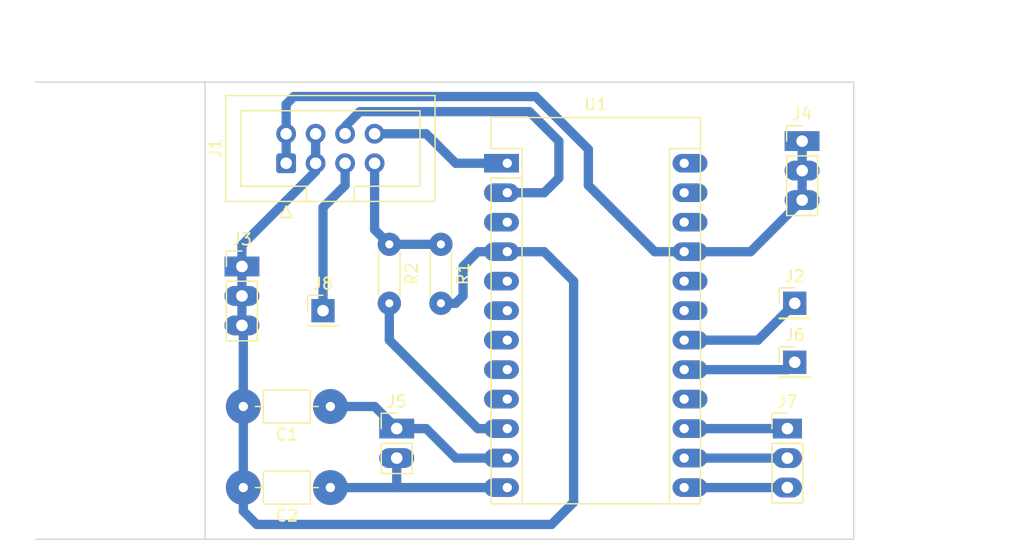
<source format=kicad_pcb>
(kicad_pcb (version 20171130) (host pcbnew "(5.1.10)-1")

  (general
    (thickness 1.6)
    (drawings 6)
    (tracks 65)
    (zones 0)
    (modules 13)
    (nets 26)
  )

  (page A4)
  (layers
    (0 F.Cu signal)
    (31 B.Cu signal)
    (32 B.Adhes user)
    (33 F.Adhes user)
    (34 B.Paste user hide)
    (35 F.Paste user)
    (36 B.SilkS user)
    (37 F.SilkS user hide)
    (38 B.Mask user)
    (39 F.Mask user)
    (40 Dwgs.User user)
    (41 Cmts.User user)
    (42 Eco1.User user)
    (43 Eco2.User user)
    (44 Edge.Cuts user)
    (45 Margin user)
    (46 B.CrtYd user)
    (47 F.CrtYd user)
    (48 B.Fab user)
    (49 F.Fab user)
  )

  (setup
    (last_trace_width 0.8)
    (trace_clearance 0.5)
    (zone_clearance 0.508)
    (zone_45_only no)
    (trace_min 0.2)
    (via_size 0.8)
    (via_drill 0.4)
    (via_min_size 0.4)
    (via_min_drill 0.3)
    (uvia_size 0.3)
    (uvia_drill 0.1)
    (uvias_allowed no)
    (uvia_min_size 0.2)
    (uvia_min_drill 0.1)
    (edge_width 0.05)
    (segment_width 0.2)
    (pcb_text_width 0.3)
    (pcb_text_size 1.5 1.5)
    (mod_edge_width 0.12)
    (mod_text_size 1 1)
    (mod_text_width 0.15)
    (pad_size 2.5 1.7)
    (pad_drill 1)
    (pad_to_mask_clearance 0)
    (aux_axis_origin 0 0)
    (visible_elements 7FFFFFFF)
    (pcbplotparams
      (layerselection 0x01000_fffffffe)
      (usegerberextensions false)
      (usegerberattributes true)
      (usegerberadvancedattributes true)
      (creategerberjobfile true)
      (excludeedgelayer true)
      (linewidth 0.100000)
      (plotframeref false)
      (viasonmask false)
      (mode 1)
      (useauxorigin false)
      (hpglpennumber 1)
      (hpglpenspeed 20)
      (hpglpendiameter 15.000000)
      (psnegative false)
      (psa4output false)
      (plotreference true)
      (plotvalue true)
      (plotinvisibletext false)
      (padsonsilk false)
      (subtractmaskfromsilk false)
      (outputformat 1)
      (mirror false)
      (drillshape 0)
      (scaleselection 1)
      (outputdirectory "../grbl/"))
  )

  (net 0 "")
  (net 1 GND)
  (net 2 "Net-(C1-Pad1)")
  (net 3 "Net-(C2-Pad1)")
  (net 4 Vcc)
  (net 5 "Net-(J1-Pad5)")
  (net 6 "Net-(J1-Pad6)")
  (net 7 "Net-(J1-Pad7)")
  (net 8 "Net-(J1-Pad8)")
  (net 9 "Net-(U1-Pad3)")
  (net 10 "Net-(U1-Pad5)")
  (net 11 "Net-(U1-Pad6)")
  (net 12 "Net-(U1-Pad16)")
  (net 13 "Net-(U1-Pad7)")
  (net 14 "Net-(U1-Pad8)")
  (net 15 "Net-(U1-Pad9)")
  (net 16 "Net-(U1-Pad19)")
  (net 17 "Net-(U1-Pad20)")
  (net 18 "Net-(U1-Pad22)")
  (net 19 "Net-(U1-Pad24)")
  (net 20 "Net-(J2-Pad1)")
  (net 21 "Net-(J6-Pad1)")
  (net 22 "Net-(J7-Pad3)")
  (net 23 "Net-(J7-Pad2)")
  (net 24 "Net-(J7-Pad1)")
  (net 25 "Net-(R2-Pad2)")

  (net_class Default "This is the default net class."
    (clearance 0.5)
    (trace_width 0.8)
    (via_dia 0.8)
    (via_drill 0.4)
    (uvia_dia 0.3)
    (uvia_drill 0.1)
    (add_net GND)
    (add_net "Net-(C1-Pad1)")
    (add_net "Net-(C2-Pad1)")
    (add_net "Net-(J1-Pad5)")
    (add_net "Net-(J1-Pad6)")
    (add_net "Net-(J1-Pad7)")
    (add_net "Net-(J1-Pad8)")
    (add_net "Net-(J2-Pad1)")
    (add_net "Net-(J6-Pad1)")
    (add_net "Net-(J7-Pad1)")
    (add_net "Net-(J7-Pad2)")
    (add_net "Net-(J7-Pad3)")
    (add_net "Net-(R2-Pad2)")
    (add_net "Net-(U1-Pad16)")
    (add_net "Net-(U1-Pad19)")
    (add_net "Net-(U1-Pad20)")
    (add_net "Net-(U1-Pad22)")
    (add_net "Net-(U1-Pad24)")
    (add_net "Net-(U1-Pad3)")
    (add_net "Net-(U1-Pad5)")
    (add_net "Net-(U1-Pad6)")
    (add_net "Net-(U1-Pad7)")
    (add_net "Net-(U1-Pad8)")
    (add_net "Net-(U1-Pad9)")
    (add_net Vcc)
  )

  (module Resistor_THT:R_Axial_DIN0204_L3.6mm_D1.6mm_P5.08mm_Horizontal (layer F.Cu) (tedit 61F2D765) (tstamp 61F2D5E5)
    (at 80.645 -26.67 270)
    (descr "Resistor, Axial_DIN0204 series, Axial, Horizontal, pin pitch=5.08mm, 0.167W, length*diameter=3.6*1.6mm^2, http://cdn-reichelt.de/documents/datenblatt/B400/1_4W%23YAG.pdf")
    (tags "Resistor Axial_DIN0204 series Axial Horizontal pin pitch 5.08mm 0.167W length 3.6mm diameter 1.6mm")
    (path /61F49319)
    (fp_text reference R2 (at 2.54 -1.92 90) (layer F.SilkS)
      (effects (font (size 1 1) (thickness 0.15)))
    )
    (fp_text value 1K (at 2.54 1.92 90) (layer F.Fab)
      (effects (font (size 1 1) (thickness 0.15)))
    )
    (fp_text user %R (at 2.54 0 90) (layer F.Fab)
      (effects (font (size 0.72 0.72) (thickness 0.108)))
    )
    (fp_line (start 0.74 -0.8) (end 0.74 0.8) (layer F.Fab) (width 0.1))
    (fp_line (start 0.74 0.8) (end 4.34 0.8) (layer F.Fab) (width 0.1))
    (fp_line (start 4.34 0.8) (end 4.34 -0.8) (layer F.Fab) (width 0.1))
    (fp_line (start 4.34 -0.8) (end 0.74 -0.8) (layer F.Fab) (width 0.1))
    (fp_line (start 0 0) (end 0.74 0) (layer F.Fab) (width 0.1))
    (fp_line (start 5.08 0) (end 4.34 0) (layer F.Fab) (width 0.1))
    (fp_line (start 0.62 -0.92) (end 4.46 -0.92) (layer F.SilkS) (width 0.12))
    (fp_line (start 0.62 0.92) (end 4.46 0.92) (layer F.SilkS) (width 0.12))
    (fp_line (start -0.95 -1.05) (end -0.95 1.05) (layer F.CrtYd) (width 0.05))
    (fp_line (start -0.95 1.05) (end 6.03 1.05) (layer F.CrtYd) (width 0.05))
    (fp_line (start 6.03 1.05) (end 6.03 -1.05) (layer F.CrtYd) (width 0.05))
    (fp_line (start 6.03 -1.05) (end -0.95 -1.05) (layer F.CrtYd) (width 0.05))
    (pad 2 thru_hole circle (at 5.08 0 270) (size 2 2) (drill 0.7) (layers *.Cu *.Mask)
      (net 25 "Net-(R2-Pad2)"))
    (pad 1 thru_hole circle (at 0 0 270) (size 2 2) (drill 0.7) (layers *.Cu *.Mask)
      (net 7 "Net-(J1-Pad7)"))
    (model ${KISYS3DMOD}/Resistor_THT.3dshapes/R_Axial_DIN0204_L3.6mm_D1.6mm_P5.08mm_Horizontal.wrl
      (at (xyz 0 0 0))
      (scale (xyz 1 1 1))
      (rotate (xyz 0 0 0))
    )
  )

  (module Resistor_THT:R_Axial_DIN0204_L3.6mm_D1.6mm_P5.08mm_Horizontal (layer F.Cu) (tedit 5AE5139B) (tstamp 61F2D9D4)
    (at 85.09 -26.67 270)
    (descr "Resistor, Axial_DIN0204 series, Axial, Horizontal, pin pitch=5.08mm, 0.167W, length*diameter=3.6*1.6mm^2, http://cdn-reichelt.de/documents/datenblatt/B400/1_4W%23YAG.pdf")
    (tags "Resistor Axial_DIN0204 series Axial Horizontal pin pitch 5.08mm 0.167W length 3.6mm diameter 1.6mm")
    (path /61F49F79)
    (fp_text reference R1 (at 2.54 -1.92 90) (layer F.SilkS)
      (effects (font (size 1 1) (thickness 0.15)))
    )
    (fp_text value 1K (at 2.54 1.92 90) (layer F.Fab)
      (effects (font (size 1 1) (thickness 0.15)))
    )
    (fp_text user %R (at 2.54 0 90) (layer F.Fab)
      (effects (font (size 0.72 0.72) (thickness 0.108)))
    )
    (fp_line (start 0.74 -0.8) (end 0.74 0.8) (layer F.Fab) (width 0.1))
    (fp_line (start 0.74 0.8) (end 4.34 0.8) (layer F.Fab) (width 0.1))
    (fp_line (start 4.34 0.8) (end 4.34 -0.8) (layer F.Fab) (width 0.1))
    (fp_line (start 4.34 -0.8) (end 0.74 -0.8) (layer F.Fab) (width 0.1))
    (fp_line (start 0 0) (end 0.74 0) (layer F.Fab) (width 0.1))
    (fp_line (start 5.08 0) (end 4.34 0) (layer F.Fab) (width 0.1))
    (fp_line (start 0.62 -0.92) (end 4.46 -0.92) (layer F.SilkS) (width 0.12))
    (fp_line (start 0.62 0.92) (end 4.46 0.92) (layer F.SilkS) (width 0.12))
    (fp_line (start -0.95 -1.05) (end -0.95 1.05) (layer F.CrtYd) (width 0.05))
    (fp_line (start -0.95 1.05) (end 6.03 1.05) (layer F.CrtYd) (width 0.05))
    (fp_line (start 6.03 1.05) (end 6.03 -1.05) (layer F.CrtYd) (width 0.05))
    (fp_line (start 6.03 -1.05) (end -0.95 -1.05) (layer F.CrtYd) (width 0.05))
    (pad 2 thru_hole circle (at 5.08 0 270) (size 2 2) (drill 0.7) (layers *.Cu *.Mask)
      (net 1 GND))
    (pad 1 thru_hole circle (at 0 0 270) (size 2 2) (drill 0.7) (layers *.Cu *.Mask)
      (net 7 "Net-(J1-Pad7)"))
    (model ${KISYS3DMOD}/Resistor_THT.3dshapes/R_Axial_DIN0204_L3.6mm_D1.6mm_P5.08mm_Horizontal.wrl
      (at (xyz 0 0 0))
      (scale (xyz 1 1 1))
      (rotate (xyz 0 0 0))
    )
  )

  (module Connector_PinHeader_2.54mm:PinHeader_1x01_P2.54mm_Vertical (layer F.Cu) (tedit 61F2D783) (tstamp 61F2D861)
    (at 74.93 -20.955)
    (descr "Through hole straight pin header, 1x01, 2.54mm pitch, single row")
    (tags "Through hole pin header THT 1x01 2.54mm single row")
    (path /61F4ED73)
    (fp_text reference J8 (at 0 -2.33) (layer F.SilkS)
      (effects (font (size 1 1) (thickness 0.15)))
    )
    (fp_text value "SW RESET" (at 0 2.33) (layer F.Fab)
      (effects (font (size 1 1) (thickness 0.15)))
    )
    (fp_text user %R (at 0 0 90) (layer F.Fab)
      (effects (font (size 1 1) (thickness 0.15)))
    )
    (fp_line (start -0.635 -1.27) (end 1.27 -1.27) (layer F.Fab) (width 0.1))
    (fp_line (start 1.27 -1.27) (end 1.27 1.27) (layer F.Fab) (width 0.1))
    (fp_line (start 1.27 1.27) (end -1.27 1.27) (layer F.Fab) (width 0.1))
    (fp_line (start -1.27 1.27) (end -1.27 -0.635) (layer F.Fab) (width 0.1))
    (fp_line (start -1.27 -0.635) (end -0.635 -1.27) (layer F.Fab) (width 0.1))
    (fp_line (start -1.33 1.33) (end 1.33 1.33) (layer F.SilkS) (width 0.12))
    (fp_line (start -1.33 1.27) (end -1.33 1.33) (layer F.SilkS) (width 0.12))
    (fp_line (start 1.33 1.27) (end 1.33 1.33) (layer F.SilkS) (width 0.12))
    (fp_line (start -1.33 1.27) (end 1.33 1.27) (layer F.SilkS) (width 0.12))
    (fp_line (start -1.33 0) (end -1.33 -1.33) (layer F.SilkS) (width 0.12))
    (fp_line (start -1.33 -1.33) (end 0 -1.33) (layer F.SilkS) (width 0.12))
    (fp_line (start -1.8 -1.8) (end -1.8 1.8) (layer F.CrtYd) (width 0.05))
    (fp_line (start -1.8 1.8) (end 1.8 1.8) (layer F.CrtYd) (width 0.05))
    (fp_line (start 1.8 1.8) (end 1.8 -1.8) (layer F.CrtYd) (width 0.05))
    (fp_line (start 1.8 -1.8) (end -1.8 -1.8) (layer F.CrtYd) (width 0.05))
    (pad 1 thru_hole rect (at 0 0) (size 2 2) (drill 1) (layers *.Cu *.Mask)
      (net 5 "Net-(J1-Pad5)"))
    (model ${KISYS3DMOD}/Connector_PinHeader_2.54mm.3dshapes/PinHeader_1x01_P2.54mm_Vertical.wrl
      (at (xyz 0 0 0))
      (scale (xyz 1 1 1))
      (rotate (xyz 0 0 0))
    )
  )

  (module Connector_IDC:IDC-Header_2x04_P2.54mm_Vertical (layer F.Cu) (tedit 5EAC9A07) (tstamp 61ED2F1A)
    (at 71.755 -33.655 90)
    (descr "Through hole IDC box header, 2x04, 2.54mm pitch, DIN 41651 / IEC 60603-13, double rows, https://docs.google.com/spreadsheets/d/16SsEcesNF15N3Lb4niX7dcUr-NY5_MFPQhobNuNppn4/edit#gid=0")
    (tags "Through hole vertical IDC box header THT 2x04 2.54mm double row")
    (path /61EC90D9)
    (fp_text reference J1 (at 1.27 -6.1 90) (layer F.SilkS)
      (effects (font (size 1 1) (thickness 0.15)))
    )
    (fp_text value Conn_02x04_Odd_Even (at 1.27 13.72 90) (layer F.Fab)
      (effects (font (size 1 1) (thickness 0.15)))
    )
    (fp_text user %R (at 1.27 3.81) (layer F.Fab)
      (effects (font (size 1 1) (thickness 0.15)))
    )
    (fp_line (start -3.18 -4.1) (end -2.18 -5.1) (layer F.Fab) (width 0.1))
    (fp_line (start -2.18 -5.1) (end 5.72 -5.1) (layer F.Fab) (width 0.1))
    (fp_line (start 5.72 -5.1) (end 5.72 12.72) (layer F.Fab) (width 0.1))
    (fp_line (start 5.72 12.72) (end -3.18 12.72) (layer F.Fab) (width 0.1))
    (fp_line (start -3.18 12.72) (end -3.18 -4.1) (layer F.Fab) (width 0.1))
    (fp_line (start -3.18 1.76) (end -1.98 1.76) (layer F.Fab) (width 0.1))
    (fp_line (start -1.98 1.76) (end -1.98 -3.91) (layer F.Fab) (width 0.1))
    (fp_line (start -1.98 -3.91) (end 4.52 -3.91) (layer F.Fab) (width 0.1))
    (fp_line (start 4.52 -3.91) (end 4.52 11.53) (layer F.Fab) (width 0.1))
    (fp_line (start 4.52 11.53) (end -1.98 11.53) (layer F.Fab) (width 0.1))
    (fp_line (start -1.98 11.53) (end -1.98 5.86) (layer F.Fab) (width 0.1))
    (fp_line (start -1.98 5.86) (end -1.98 5.86) (layer F.Fab) (width 0.1))
    (fp_line (start -1.98 5.86) (end -3.18 5.86) (layer F.Fab) (width 0.1))
    (fp_line (start -3.29 -5.21) (end 5.83 -5.21) (layer F.SilkS) (width 0.12))
    (fp_line (start 5.83 -5.21) (end 5.83 12.83) (layer F.SilkS) (width 0.12))
    (fp_line (start 5.83 12.83) (end -3.29 12.83) (layer F.SilkS) (width 0.12))
    (fp_line (start -3.29 12.83) (end -3.29 -5.21) (layer F.SilkS) (width 0.12))
    (fp_line (start -3.29 1.76) (end -1.98 1.76) (layer F.SilkS) (width 0.12))
    (fp_line (start -1.98 1.76) (end -1.98 -3.91) (layer F.SilkS) (width 0.12))
    (fp_line (start -1.98 -3.91) (end 4.52 -3.91) (layer F.SilkS) (width 0.12))
    (fp_line (start 4.52 -3.91) (end 4.52 11.53) (layer F.SilkS) (width 0.12))
    (fp_line (start 4.52 11.53) (end -1.98 11.53) (layer F.SilkS) (width 0.12))
    (fp_line (start -1.98 11.53) (end -1.98 5.86) (layer F.SilkS) (width 0.12))
    (fp_line (start -1.98 5.86) (end -1.98 5.86) (layer F.SilkS) (width 0.12))
    (fp_line (start -1.98 5.86) (end -3.29 5.86) (layer F.SilkS) (width 0.12))
    (fp_line (start -3.68 0) (end -4.68 -0.5) (layer F.SilkS) (width 0.12))
    (fp_line (start -4.68 -0.5) (end -4.68 0.5) (layer F.SilkS) (width 0.12))
    (fp_line (start -4.68 0.5) (end -3.68 0) (layer F.SilkS) (width 0.12))
    (fp_line (start -3.68 -5.6) (end -3.68 13.22) (layer F.CrtYd) (width 0.05))
    (fp_line (start -3.68 13.22) (end 6.22 13.22) (layer F.CrtYd) (width 0.05))
    (fp_line (start 6.22 13.22) (end 6.22 -5.6) (layer F.CrtYd) (width 0.05))
    (fp_line (start 6.22 -5.6) (end -3.68 -5.6) (layer F.CrtYd) (width 0.05))
    (pad 8 thru_hole circle (at 2.54 7.62 90) (size 1.7 1.7) (drill 1) (layers *.Cu *.Mask)
      (net 8 "Net-(J1-Pad8)"))
    (pad 6 thru_hole circle (at 2.54 5.08 90) (size 1.7 1.7) (drill 1) (layers *.Cu *.Mask)
      (net 6 "Net-(J1-Pad6)"))
    (pad 4 thru_hole circle (at 2.54 2.54 90) (size 1.7 1.7) (drill 1) (layers *.Cu *.Mask)
      (net 1 GND))
    (pad 2 thru_hole circle (at 2.54 0 90) (size 1.7 1.7) (drill 1) (layers *.Cu *.Mask)
      (net 4 Vcc))
    (pad 7 thru_hole circle (at 0 7.62 90) (size 1.7 1.7) (drill 1) (layers *.Cu *.Mask)
      (net 7 "Net-(J1-Pad7)"))
    (pad 5 thru_hole circle (at 0 5.08 90) (size 1.7 1.7) (drill 1) (layers *.Cu *.Mask)
      (net 5 "Net-(J1-Pad5)"))
    (pad 3 thru_hole circle (at 0 2.54 90) (size 1.7 1.7) (drill 1) (layers *.Cu *.Mask)
      (net 1 GND))
    (pad 1 thru_hole roundrect (at 0 0 90) (size 1.7 1.7) (drill 1) (layers *.Cu *.Mask) (roundrect_rratio 0.147059)
      (net 4 Vcc))
    (model ${KISYS3DMOD}/Connector_IDC.3dshapes/IDC-Header_2x04_P2.54mm_Vertical.wrl
      (at (xyz 0 0 0))
      (scale (xyz 1 1 1))
      (rotate (xyz 0 0 0))
    )
  )

  (module Connector_PinHeader_2.54mm:PinHeader_1x03_P2.54mm_Vertical (layer F.Cu) (tedit 61F2D853) (tstamp 61ED2C87)
    (at 114.935 -10.795)
    (descr "Through hole straight pin header, 1x03, 2.54mm pitch, single row")
    (tags "Through hole pin header THT 1x03 2.54mm single row")
    (path /61F07311)
    (fp_text reference J7 (at 0 -2.33) (layer F.SilkS)
      (effects (font (size 1 1) (thickness 0.15)))
    )
    (fp_text value "SW XYZ" (at 0 7.41) (layer F.Fab)
      (effects (font (size 1 1) (thickness 0.15)))
    )
    (fp_line (start 1.8 -1.8) (end -1.8 -1.8) (layer F.CrtYd) (width 0.05))
    (fp_line (start 1.8 6.85) (end 1.8 -1.8) (layer F.CrtYd) (width 0.05))
    (fp_line (start -1.8 6.85) (end 1.8 6.85) (layer F.CrtYd) (width 0.05))
    (fp_line (start -1.8 -1.8) (end -1.8 6.85) (layer F.CrtYd) (width 0.05))
    (fp_line (start -1.33 -1.33) (end 0 -1.33) (layer F.SilkS) (width 0.12))
    (fp_line (start -1.33 0) (end -1.33 -1.33) (layer F.SilkS) (width 0.12))
    (fp_line (start -1.33 1.27) (end 1.33 1.27) (layer F.SilkS) (width 0.12))
    (fp_line (start 1.33 1.27) (end 1.33 6.41) (layer F.SilkS) (width 0.12))
    (fp_line (start -1.33 1.27) (end -1.33 6.41) (layer F.SilkS) (width 0.12))
    (fp_line (start -1.33 6.41) (end 1.33 6.41) (layer F.SilkS) (width 0.12))
    (fp_line (start -1.27 -0.635) (end -0.635 -1.27) (layer F.Fab) (width 0.1))
    (fp_line (start -1.27 6.35) (end -1.27 -0.635) (layer F.Fab) (width 0.1))
    (fp_line (start 1.27 6.35) (end -1.27 6.35) (layer F.Fab) (width 0.1))
    (fp_line (start 1.27 -1.27) (end 1.27 6.35) (layer F.Fab) (width 0.1))
    (fp_line (start -0.635 -1.27) (end 1.27 -1.27) (layer F.Fab) (width 0.1))
    (fp_text user %R (at 0 2.54 90) (layer F.Fab)
      (effects (font (size 1 1) (thickness 0.15)))
    )
    (pad 3 thru_hole oval (at 0 5.08) (size 2.5 1.7) (drill 1) (layers *.Cu *.Mask)
      (net 22 "Net-(J7-Pad3)"))
    (pad 2 thru_hole oval (at 0 2.54) (size 2.5 1.7) (drill 1) (layers *.Cu *.Mask)
      (net 23 "Net-(J7-Pad2)"))
    (pad 1 thru_hole rect (at 0 0) (size 2.5 1.7) (drill 1) (layers *.Cu *.Mask)
      (net 24 "Net-(J7-Pad1)"))
    (model ${KISYS3DMOD}/Connector_PinHeader_2.54mm.3dshapes/PinHeader_1x03_P2.54mm_Vertical.wrl
      (at (xyz 0 0 0))
      (scale (xyz 1 1 1))
      (rotate (xyz 0 0 0))
    )
  )

  (module Connector_PinHeader_2.54mm:PinHeader_1x01_P2.54mm_Vertical (layer F.Cu) (tedit 59FED5CC) (tstamp 61ED2D6C)
    (at 115.57 -16.51)
    (descr "Through hole straight pin header, 1x01, 2.54mm pitch, single row")
    (tags "Through hole pin header THT 1x01 2.54mm single row")
    (path /61F06BFC)
    (fp_text reference J6 (at 0 -2.33) (layer F.SilkS)
      (effects (font (size 1 1) (thickness 0.15)))
    )
    (fp_text value "SW 2" (at 0 2.33) (layer F.Fab)
      (effects (font (size 1 1) (thickness 0.15)))
    )
    (fp_line (start 1.8 -1.8) (end -1.8 -1.8) (layer F.CrtYd) (width 0.05))
    (fp_line (start 1.8 1.8) (end 1.8 -1.8) (layer F.CrtYd) (width 0.05))
    (fp_line (start -1.8 1.8) (end 1.8 1.8) (layer F.CrtYd) (width 0.05))
    (fp_line (start -1.8 -1.8) (end -1.8 1.8) (layer F.CrtYd) (width 0.05))
    (fp_line (start -1.33 -1.33) (end 0 -1.33) (layer F.SilkS) (width 0.12))
    (fp_line (start -1.33 0) (end -1.33 -1.33) (layer F.SilkS) (width 0.12))
    (fp_line (start -1.33 1.27) (end 1.33 1.27) (layer F.SilkS) (width 0.12))
    (fp_line (start 1.33 1.27) (end 1.33 1.33) (layer F.SilkS) (width 0.12))
    (fp_line (start -1.33 1.27) (end -1.33 1.33) (layer F.SilkS) (width 0.12))
    (fp_line (start -1.33 1.33) (end 1.33 1.33) (layer F.SilkS) (width 0.12))
    (fp_line (start -1.27 -0.635) (end -0.635 -1.27) (layer F.Fab) (width 0.1))
    (fp_line (start -1.27 1.27) (end -1.27 -0.635) (layer F.Fab) (width 0.1))
    (fp_line (start 1.27 1.27) (end -1.27 1.27) (layer F.Fab) (width 0.1))
    (fp_line (start 1.27 -1.27) (end 1.27 1.27) (layer F.Fab) (width 0.1))
    (fp_line (start -0.635 -1.27) (end 1.27 -1.27) (layer F.Fab) (width 0.1))
    (fp_text user %R (at 0 0 90) (layer F.Fab)
      (effects (font (size 1 1) (thickness 0.15)))
    )
    (pad 1 thru_hole rect (at 0 0) (size 2 2) (drill 1) (layers *.Cu *.Mask)
      (net 21 "Net-(J6-Pad1)"))
    (model ${KISYS3DMOD}/Connector_PinHeader_2.54mm.3dshapes/PinHeader_1x01_P2.54mm_Vertical.wrl
      (at (xyz 0 0 0))
      (scale (xyz 1 1 1))
      (rotate (xyz 0 0 0))
    )
  )

  (module Connector_PinHeader_2.54mm:PinHeader_1x02_P2.54mm_Vertical (layer F.Cu) (tedit 61F2D7DD) (tstamp 61ED2E57)
    (at 81.28 -10.795)
    (descr "Through hole straight pin header, 1x02, 2.54mm pitch, single row")
    (tags "Through hole pin header THT 1x02 2.54mm single row")
    (path /61F080F7)
    (fp_text reference J5 (at 0 -2.33) (layer F.SilkS)
      (effects (font (size 1 1) (thickness 0.15)))
    )
    (fp_text value "Encoder 1" (at 0 4.87) (layer F.Fab)
      (effects (font (size 1 1) (thickness 0.15)))
    )
    (fp_line (start 1.8 -1.8) (end -1.8 -1.8) (layer F.CrtYd) (width 0.05))
    (fp_line (start 1.8 4.35) (end 1.8 -1.8) (layer F.CrtYd) (width 0.05))
    (fp_line (start -1.8 4.35) (end 1.8 4.35) (layer F.CrtYd) (width 0.05))
    (fp_line (start -1.8 -1.8) (end -1.8 4.35) (layer F.CrtYd) (width 0.05))
    (fp_line (start -1.33 -1.33) (end 0 -1.33) (layer F.SilkS) (width 0.12))
    (fp_line (start -1.33 0) (end -1.33 -1.33) (layer F.SilkS) (width 0.12))
    (fp_line (start -1.33 1.27) (end 1.33 1.27) (layer F.SilkS) (width 0.12))
    (fp_line (start 1.33 1.27) (end 1.33 3.87) (layer F.SilkS) (width 0.12))
    (fp_line (start -1.33 1.27) (end -1.33 3.87) (layer F.SilkS) (width 0.12))
    (fp_line (start -1.33 3.87) (end 1.33 3.87) (layer F.SilkS) (width 0.12))
    (fp_line (start -1.27 -0.635) (end -0.635 -1.27) (layer F.Fab) (width 0.1))
    (fp_line (start -1.27 3.81) (end -1.27 -0.635) (layer F.Fab) (width 0.1))
    (fp_line (start 1.27 3.81) (end -1.27 3.81) (layer F.Fab) (width 0.1))
    (fp_line (start 1.27 -1.27) (end 1.27 3.81) (layer F.Fab) (width 0.1))
    (fp_line (start -0.635 -1.27) (end 1.27 -1.27) (layer F.Fab) (width 0.1))
    (fp_text user %R (at 0 1.27 90) (layer F.Fab)
      (effects (font (size 1 1) (thickness 0.15)))
    )
    (pad 2 thru_hole oval (at 0 2.54) (size 3 1.7) (drill 1) (layers *.Cu *.Mask)
      (net 3 "Net-(C2-Pad1)"))
    (pad 1 thru_hole rect (at 0 0) (size 3 1.7) (drill 1) (layers *.Cu *.Mask)
      (net 2 "Net-(C1-Pad1)"))
    (model ${KISYS3DMOD}/Connector_PinHeader_2.54mm.3dshapes/PinHeader_1x02_P2.54mm_Vertical.wrl
      (at (xyz 0 0 0))
      (scale (xyz 1 1 1))
      (rotate (xyz 0 0 0))
    )
  )

  (module Connector_PinHeader_2.54mm:PinHeader_1x01_P2.54mm_Vertical (layer F.Cu) (tedit 59FED5CC) (tstamp 61ED2DDB)
    (at 115.57 -21.59)
    (descr "Through hole straight pin header, 1x01, 2.54mm pitch, single row")
    (tags "Through hole pin header THT 1x01 2.54mm single row")
    (path /61F063FC)
    (fp_text reference J2 (at 0 -2.33) (layer F.SilkS)
      (effects (font (size 1 1) (thickness 0.15)))
    )
    (fp_text value "SW 1" (at 0 2.33) (layer F.Fab)
      (effects (font (size 1 1) (thickness 0.15)))
    )
    (fp_line (start 1.8 -1.8) (end -1.8 -1.8) (layer F.CrtYd) (width 0.05))
    (fp_line (start 1.8 1.8) (end 1.8 -1.8) (layer F.CrtYd) (width 0.05))
    (fp_line (start -1.8 1.8) (end 1.8 1.8) (layer F.CrtYd) (width 0.05))
    (fp_line (start -1.8 -1.8) (end -1.8 1.8) (layer F.CrtYd) (width 0.05))
    (fp_line (start -1.33 -1.33) (end 0 -1.33) (layer F.SilkS) (width 0.12))
    (fp_line (start -1.33 0) (end -1.33 -1.33) (layer F.SilkS) (width 0.12))
    (fp_line (start -1.33 1.27) (end 1.33 1.27) (layer F.SilkS) (width 0.12))
    (fp_line (start 1.33 1.27) (end 1.33 1.33) (layer F.SilkS) (width 0.12))
    (fp_line (start -1.33 1.27) (end -1.33 1.33) (layer F.SilkS) (width 0.12))
    (fp_line (start -1.33 1.33) (end 1.33 1.33) (layer F.SilkS) (width 0.12))
    (fp_line (start -1.27 -0.635) (end -0.635 -1.27) (layer F.Fab) (width 0.1))
    (fp_line (start -1.27 1.27) (end -1.27 -0.635) (layer F.Fab) (width 0.1))
    (fp_line (start 1.27 1.27) (end -1.27 1.27) (layer F.Fab) (width 0.1))
    (fp_line (start 1.27 -1.27) (end 1.27 1.27) (layer F.Fab) (width 0.1))
    (fp_line (start -0.635 -1.27) (end 1.27 -1.27) (layer F.Fab) (width 0.1))
    (fp_text user %R (at 0 0 90) (layer F.Fab)
      (effects (font (size 1 1) (thickness 0.15)))
    )
    (pad 1 thru_hole rect (at 0 0) (size 2 2) (drill 1) (layers *.Cu *.Mask)
      (net 20 "Net-(J2-Pad1)"))
    (model ${KISYS3DMOD}/Connector_PinHeader_2.54mm.3dshapes/PinHeader_1x01_P2.54mm_Vertical.wrl
      (at (xyz 0 0 0))
      (scale (xyz 1 1 1))
      (rotate (xyz 0 0 0))
    )
  )

  (module Arduino:Arduino_Pro_Mini_copy (layer F.Cu) (tedit 61EC8956) (tstamp 61ED2BA6)
    (at 90.805 -33.655)
    (descr "Arduino Pro Mini")
    (tags "Arduino Pro Mini")
    (path /61EC56F8)
    (fp_text reference U1 (at 7.62 -5.08) (layer F.SilkS)
      (effects (font (size 1 1) (thickness 0.15)))
    )
    (fp_text value Arduino_Pro_Mini (at 8.89 19.05 90) (layer F.Fab)
      (effects (font (size 1 1) (thickness 0.15)))
    )
    (fp_line (start 1.27 1.27) (end 1.27 -1.27) (layer F.SilkS) (width 0.12))
    (fp_line (start 1.27 -1.27) (end -1.397 -1.27) (layer F.SilkS) (width 0.12))
    (fp_line (start -1.397 1.27) (end -1.397 29.337) (layer F.SilkS) (width 0.12))
    (fp_line (start -1.397 -3.937) (end -1.397 -1.27) (layer F.SilkS) (width 0.12))
    (fp_line (start 13.97 -1.27) (end 16.64 -1.27) (layer F.SilkS) (width 0.12))
    (fp_line (start 13.97 -1.27) (end 13.97 29.337) (layer F.SilkS) (width 0.12))
    (fp_line (start -1.397 29.337) (end 16.64 29.337) (layer F.SilkS) (width 0.12))
    (fp_line (start 1.27 1.27) (end -1.397 1.27) (layer F.SilkS) (width 0.12))
    (fp_line (start 1.27 1.27) (end 1.27 29.337) (layer F.SilkS) (width 0.12))
    (fp_line (start 16.637 29.337) (end 16.637 -3.937) (layer F.SilkS) (width 0.12))
    (fp_line (start 16.637 -3.937) (end -1.397 -3.937) (layer F.SilkS) (width 0.12))
    (fp_line (start 16.51 29.21) (end -1.27 29.21) (layer F.Fab) (width 0.1))
    (fp_line (start -1.27 29.21) (end -1.27 -2.54) (layer F.Fab) (width 0.1))
    (fp_line (start -1.27 -2.54) (end 0 -3.81) (layer F.Fab) (width 0.1))
    (fp_line (start 0 -3.81) (end 16.51 -3.81) (layer F.Fab) (width 0.1))
    (fp_line (start 16.51 -3.81) (end 16.51 29.21) (layer F.Fab) (width 0.1))
    (fp_line (start -1.524 -4.064) (end 16.764 -4.064) (layer F.CrtYd) (width 0.05))
    (fp_line (start -1.524 -4.064) (end -1.524 29.464) (layer F.CrtYd) (width 0.05))
    (fp_line (start 16.764 29.464) (end 16.764 -4.064) (layer F.CrtYd) (width 0.05))
    (fp_line (start 16.764 29.464) (end -1.524 29.464) (layer F.CrtYd) (width 0.05))
    (fp_text user %R (at 6.35 19.05 90) (layer F.Fab)
      (effects (font (size 1 1) (thickness 0.15)))
    )
    (pad 24 thru_hole oval (at 15.24 0) (size 3 1.6) (drill 0.8 (offset 0.5 0)) (layers *.Cu *.Mask)
      (net 19 "Net-(U1-Pad24)"))
    (pad 23 thru_hole oval (at 15.24 2.54) (size 3 1.6) (drill 0.8 (offset 0.5 0)) (layers *.Cu *.Mask)
      (net 1 GND))
    (pad 22 thru_hole oval (at 15.24 5.08) (size 3 1.6) (drill 0.8 (offset 0.5 0)) (layers *.Cu *.Mask)
      (net 18 "Net-(U1-Pad22)"))
    (pad 12 thru_hole oval (at 0 27.94) (size 3 1.6) (drill 0.8 (offset -0.5 0)) (layers *.Cu *.Mask)
      (net 3 "Net-(C2-Pad1)"))
    (pad 21 thru_hole oval (at 15.24 7.62) (size 3 1.6) (drill 0.8 (offset 0.5 0)) (layers *.Cu *.Mask)
      (net 4 Vcc))
    (pad 11 thru_hole oval (at 0 25.4) (size 3 1.6) (drill 0.8 (offset -0.5 0)) (layers *.Cu *.Mask)
      (net 2 "Net-(C1-Pad1)"))
    (pad 20 thru_hole oval (at 15.24 10.16) (size 3 1.6) (drill 0.8 (offset 0.5 0)) (layers *.Cu *.Mask)
      (net 17 "Net-(U1-Pad20)"))
    (pad 10 thru_hole oval (at 0 22.86) (size 3 1.6) (drill 0.8 (offset -0.5 0)) (layers *.Cu *.Mask)
      (net 25 "Net-(R2-Pad2)"))
    (pad 19 thru_hole oval (at 15.24 12.7) (size 3 1.6) (drill 0.8 (offset 0.5 0)) (layers *.Cu *.Mask)
      (net 16 "Net-(U1-Pad19)"))
    (pad 9 thru_hole oval (at 0 20.32) (size 3 1.6) (drill 0.8 (offset -0.5 0)) (layers *.Cu *.Mask)
      (net 15 "Net-(U1-Pad9)"))
    (pad 18 thru_hole oval (at 15.24 15.24) (size 3 1.6) (drill 0.8 (offset 0.5 0)) (layers *.Cu *.Mask)
      (net 20 "Net-(J2-Pad1)"))
    (pad 8 thru_hole oval (at 0 17.78) (size 3 1.6) (drill 0.8 (offset -0.5 0)) (layers *.Cu *.Mask)
      (net 14 "Net-(U1-Pad8)"))
    (pad 17 thru_hole oval (at 15.24 17.78) (size 3 1.6) (drill 0.8 (offset 0.5 0)) (layers *.Cu *.Mask)
      (net 21 "Net-(J6-Pad1)"))
    (pad 7 thru_hole oval (at 0 15.24) (size 3 1.6) (drill 0.8 (offset -0.5 0)) (layers *.Cu *.Mask)
      (net 13 "Net-(U1-Pad7)"))
    (pad 16 thru_hole oval (at 15.24 20.32) (size 3 1.6) (drill 0.8 (offset 0.5 0)) (layers *.Cu *.Mask)
      (net 12 "Net-(U1-Pad16)"))
    (pad 6 thru_hole oval (at 0 12.7) (size 3 1.6) (drill 0.8 (offset -0.5 0)) (layers *.Cu *.Mask)
      (net 11 "Net-(U1-Pad6)"))
    (pad 15 thru_hole oval (at 15.24 22.86) (size 3 1.6) (drill 0.8 (offset 0.5 0)) (layers *.Cu *.Mask)
      (net 24 "Net-(J7-Pad1)"))
    (pad 5 thru_hole oval (at 0 10.16) (size 3 1.6) (drill 0.8 (offset -0.5 0)) (layers *.Cu *.Mask)
      (net 10 "Net-(U1-Pad5)"))
    (pad 14 thru_hole oval (at 15.24 25.4) (size 3 1.6) (drill 0.8 (offset 0.5 0)) (layers *.Cu *.Mask)
      (net 23 "Net-(J7-Pad2)"))
    (pad 4 thru_hole oval (at 0 7.62) (size 3 1.6) (drill 0.8 (offset -0.5 0)) (layers *.Cu *.Mask)
      (net 1 GND))
    (pad 13 thru_hole oval (at 15.24 27.94) (size 3 1.6) (drill 0.8 (offset 0.5 0)) (layers *.Cu *.Mask)
      (net 22 "Net-(J7-Pad3)"))
    (pad 3 thru_hole oval (at 0 5.08) (size 3 1.6) (drill 0.8 (offset -0.5 0)) (layers *.Cu *.Mask)
      (net 9 "Net-(U1-Pad3)"))
    (pad 2 thru_hole oval (at 0 2.54) (size 3 1.6) (drill 0.8 (offset -0.5 0)) (layers *.Cu *.Mask)
      (net 6 "Net-(J1-Pad6)"))
    (pad 1 thru_hole rect (at 0 0) (size 3 1.6) (drill 0.8 (offset -0.5 0)) (layers *.Cu *.Mask)
      (net 8 "Net-(J1-Pad8)"))
    (model ${KISYS3DMOD}/Module.3dshapes/Arduino_Nano_WithMountingHoles.wrl
      (at (xyz 0 0 0))
      (scale (xyz 1 1 1))
      (rotate (xyz 0 0 0))
    )
    (model ${LOCALREPO}/kicad-lib-arduino/Arduino.3dshapes/arduino_pro_mini.x3d
      (at (xyz 0 0 0))
      (scale (xyz 1 1 1))
      (rotate (xyz 0 0 0))
    )
  )

  (module Connector_PinHeader_2.54mm:PinHeader_1x03_P2.54mm_Vertical (layer F.Cu) (tedit 61EC86D6) (tstamp 61ED2D1B)
    (at 116.205 -35.56)
    (descr "Through hole straight pin header, 1x03, 2.54mm pitch, single row")
    (tags "Through hole pin header THT 1x03 2.54mm single row")
    (path /61EFA319)
    (fp_text reference J4 (at 0 -2.33) (layer F.SilkS)
      (effects (font (size 1 1) (thickness 0.15)))
    )
    (fp_text value Vcc (at 0 7.41) (layer F.Fab)
      (effects (font (size 1 1) (thickness 0.15)))
    )
    (fp_line (start -0.635 -1.27) (end 1.27 -1.27) (layer F.Fab) (width 0.1))
    (fp_line (start 1.27 -1.27) (end 1.27 6.35) (layer F.Fab) (width 0.1))
    (fp_line (start 1.27 6.35) (end -1.27 6.35) (layer F.Fab) (width 0.1))
    (fp_line (start -1.27 6.35) (end -1.27 -0.635) (layer F.Fab) (width 0.1))
    (fp_line (start -1.27 -0.635) (end -0.635 -1.27) (layer F.Fab) (width 0.1))
    (fp_line (start -1.33 6.41) (end 1.33 6.41) (layer F.SilkS) (width 0.12))
    (fp_line (start -1.33 1.27) (end -1.33 6.41) (layer F.SilkS) (width 0.12))
    (fp_line (start 1.33 1.27) (end 1.33 6.41) (layer F.SilkS) (width 0.12))
    (fp_line (start -1.33 1.27) (end 1.33 1.27) (layer F.SilkS) (width 0.12))
    (fp_line (start -1.33 0) (end -1.33 -1.33) (layer F.SilkS) (width 0.12))
    (fp_line (start -1.33 -1.33) (end 0 -1.33) (layer F.SilkS) (width 0.12))
    (fp_line (start -1.8 -1.8) (end -1.8 6.85) (layer F.CrtYd) (width 0.05))
    (fp_line (start -1.8 6.85) (end 1.8 6.85) (layer F.CrtYd) (width 0.05))
    (fp_line (start 1.8 6.85) (end 1.8 -1.8) (layer F.CrtYd) (width 0.05))
    (fp_line (start 1.8 -1.8) (end -1.8 -1.8) (layer F.CrtYd) (width 0.05))
    (fp_text user %R (at 0 2.54 90) (layer F.Fab)
      (effects (font (size 1 1) (thickness 0.15)))
    )
    (pad 3 thru_hole oval (at 0 5.08) (size 3 1.7) (drill 1) (layers *.Cu *.Mask)
      (net 4 Vcc))
    (pad 2 thru_hole oval (at 0 2.54) (size 3 1.7) (drill 1) (layers *.Cu *.Mask)
      (net 4 Vcc))
    (pad 1 thru_hole rect (at 0 0) (size 3 1.7) (drill 1) (layers *.Cu *.Mask)
      (net 4 Vcc))
    (model ${KISYS3DMOD}/Connector_PinHeader_2.54mm.3dshapes/PinHeader_1x03_P2.54mm_Vertical.wrl
      (at (xyz 0 0 0))
      (scale (xyz 1 1 1))
      (rotate (xyz 0 0 0))
    )
  )

  (module Connector_PinHeader_2.54mm:PinHeader_1x03_P2.54mm_Vertical (layer F.Cu) (tedit 61EC8679) (tstamp 61ED2C1C)
    (at 67.945 -24.765)
    (descr "Through hole straight pin header, 1x03, 2.54mm pitch, single row")
    (tags "Through hole pin header THT 1x03 2.54mm single row")
    (path /61EF795E)
    (fp_text reference J3 (at 0 -2.33) (layer F.SilkS)
      (effects (font (size 1 1) (thickness 0.15)))
    )
    (fp_text value GND (at 0 7.41) (layer F.Fab)
      (effects (font (size 1 1) (thickness 0.15)))
    )
    (fp_line (start -0.635 -1.27) (end 1.27 -1.27) (layer F.Fab) (width 0.1))
    (fp_line (start 1.27 -1.27) (end 1.27 6.35) (layer F.Fab) (width 0.1))
    (fp_line (start 1.27 6.35) (end -1.27 6.35) (layer F.Fab) (width 0.1))
    (fp_line (start -1.27 6.35) (end -1.27 -0.635) (layer F.Fab) (width 0.1))
    (fp_line (start -1.27 -0.635) (end -0.635 -1.27) (layer F.Fab) (width 0.1))
    (fp_line (start -1.33 6.41) (end 1.33 6.41) (layer F.SilkS) (width 0.12))
    (fp_line (start -1.33 1.27) (end -1.33 6.41) (layer F.SilkS) (width 0.12))
    (fp_line (start 1.33 1.27) (end 1.33 6.41) (layer F.SilkS) (width 0.12))
    (fp_line (start -1.33 1.27) (end 1.33 1.27) (layer F.SilkS) (width 0.12))
    (fp_line (start -1.33 0) (end -1.33 -1.33) (layer F.SilkS) (width 0.12))
    (fp_line (start -1.33 -1.33) (end 0 -1.33) (layer F.SilkS) (width 0.12))
    (fp_line (start -1.8 -1.8) (end -1.8 6.85) (layer F.CrtYd) (width 0.05))
    (fp_line (start -1.8 6.85) (end 1.8 6.85) (layer F.CrtYd) (width 0.05))
    (fp_line (start 1.8 6.85) (end 1.8 -1.8) (layer F.CrtYd) (width 0.05))
    (fp_line (start 1.8 -1.8) (end -1.8 -1.8) (layer F.CrtYd) (width 0.05))
    (fp_text user %R (at 0 2.54 90) (layer F.Fab)
      (effects (font (size 1 1) (thickness 0.15)))
    )
    (pad 3 thru_hole oval (at 0 5.08) (size 3 1.7) (drill 1) (layers *.Cu *.Mask)
      (net 1 GND))
    (pad 2 thru_hole oval (at 0 2.54) (size 3 1.7) (drill 1) (layers *.Cu *.Mask)
      (net 1 GND))
    (pad 1 thru_hole rect (at 0 0) (size 3 1.7) (drill 1) (layers *.Cu *.Mask)
      (net 1 GND))
    (model ${KISYS3DMOD}/Connector_PinHeader_2.54mm.3dshapes/PinHeader_1x03_P2.54mm_Vertical.wrl
      (at (xyz 0 0 0))
      (scale (xyz 1 1 1))
      (rotate (xyz 0 0 0))
    )
  )

  (module Capacitor_THT:C_Axial_L3.8mm_D2.6mm_P7.50mm_Horizontal (layer F.Cu) (tedit 61EC8693) (tstamp 61ED2ED1)
    (at 75.565 -12.7 180)
    (descr "C, Axial series, Axial, Horizontal, pin pitch=7.5mm, , length*diameter=3.8*2.6mm^2, http://www.vishay.com/docs/45231/arseries.pdf")
    (tags "C Axial series Axial Horizontal pin pitch 7.5mm  length 3.8mm diameter 2.6mm")
    (path /61ED55B8)
    (fp_text reference C1 (at 3.75 -2.42) (layer F.SilkS)
      (effects (font (size 1 1) (thickness 0.15)))
    )
    (fp_text value ".1 uF" (at 3.75 2.42) (layer F.Fab)
      (effects (font (size 1 1) (thickness 0.15)))
    )
    (fp_line (start 1.85 -1.3) (end 1.85 1.3) (layer F.Fab) (width 0.1))
    (fp_line (start 1.85 1.3) (end 5.65 1.3) (layer F.Fab) (width 0.1))
    (fp_line (start 5.65 1.3) (end 5.65 -1.3) (layer F.Fab) (width 0.1))
    (fp_line (start 5.65 -1.3) (end 1.85 -1.3) (layer F.Fab) (width 0.1))
    (fp_line (start 0 0) (end 1.85 0) (layer F.Fab) (width 0.1))
    (fp_line (start 7.5 0) (end 5.65 0) (layer F.Fab) (width 0.1))
    (fp_line (start 1.73 -1.42) (end 1.73 1.42) (layer F.SilkS) (width 0.12))
    (fp_line (start 1.73 1.42) (end 5.77 1.42) (layer F.SilkS) (width 0.12))
    (fp_line (start 5.77 1.42) (end 5.77 -1.42) (layer F.SilkS) (width 0.12))
    (fp_line (start 5.77 -1.42) (end 1.73 -1.42) (layer F.SilkS) (width 0.12))
    (fp_line (start 1.04 0) (end 1.73 0) (layer F.SilkS) (width 0.12))
    (fp_line (start 6.46 0) (end 5.77 0) (layer F.SilkS) (width 0.12))
    (fp_line (start -1.05 -1.55) (end -1.05 1.55) (layer F.CrtYd) (width 0.05))
    (fp_line (start -1.05 1.55) (end 8.55 1.55) (layer F.CrtYd) (width 0.05))
    (fp_line (start 8.55 1.55) (end 8.55 -1.55) (layer F.CrtYd) (width 0.05))
    (fp_line (start 8.55 -1.55) (end -1.05 -1.55) (layer F.CrtYd) (width 0.05))
    (fp_text user %R (at 3.75 0) (layer F.Fab)
      (effects (font (size 0.76 0.76) (thickness 0.114)))
    )
    (pad 2 thru_hole oval (at 7.5 0 180) (size 3 3) (drill 0.8) (layers *.Cu *.Mask)
      (net 1 GND))
    (pad 1 thru_hole oval (at 0 0 180) (size 3 3) (drill 0.8) (layers *.Cu *.Mask)
      (net 2 "Net-(C1-Pad1)"))
    (model ${KISYS3DMOD}/Capacitor_THT.3dshapes/C_Axial_L3.8mm_D2.6mm_P7.50mm_Horizontal.wrl
      (at (xyz 0 0 0))
      (scale (xyz 1 1 1))
      (rotate (xyz 0 0 0))
    )
  )

  (module Capacitor_THT:C_Axial_L3.8mm_D2.6mm_P7.50mm_Horizontal (layer F.Cu) (tedit 5AE50EF0) (tstamp 61ED2F6A)
    (at 75.565 -5.715 180)
    (descr "C, Axial series, Axial, Horizontal, pin pitch=7.5mm, , length*diameter=3.8*2.6mm^2, http://www.vishay.com/docs/45231/arseries.pdf")
    (tags "C Axial series Axial Horizontal pin pitch 7.5mm  length 3.8mm diameter 2.6mm")
    (path /61ED484C)
    (fp_text reference C2 (at 3.75 -2.42) (layer F.SilkS)
      (effects (font (size 1 1) (thickness 0.15)))
    )
    (fp_text value ".1 uF" (at 3.75 2.42) (layer F.Fab)
      (effects (font (size 1 1) (thickness 0.15)))
    )
    (fp_line (start 8.55 -1.55) (end -1.05 -1.55) (layer F.CrtYd) (width 0.05))
    (fp_line (start 8.55 1.55) (end 8.55 -1.55) (layer F.CrtYd) (width 0.05))
    (fp_line (start -1.05 1.55) (end 8.55 1.55) (layer F.CrtYd) (width 0.05))
    (fp_line (start -1.05 -1.55) (end -1.05 1.55) (layer F.CrtYd) (width 0.05))
    (fp_line (start 6.46 0) (end 5.77 0) (layer F.SilkS) (width 0.12))
    (fp_line (start 1.04 0) (end 1.73 0) (layer F.SilkS) (width 0.12))
    (fp_line (start 5.77 -1.42) (end 1.73 -1.42) (layer F.SilkS) (width 0.12))
    (fp_line (start 5.77 1.42) (end 5.77 -1.42) (layer F.SilkS) (width 0.12))
    (fp_line (start 1.73 1.42) (end 5.77 1.42) (layer F.SilkS) (width 0.12))
    (fp_line (start 1.73 -1.42) (end 1.73 1.42) (layer F.SilkS) (width 0.12))
    (fp_line (start 7.5 0) (end 5.65 0) (layer F.Fab) (width 0.1))
    (fp_line (start 0 0) (end 1.85 0) (layer F.Fab) (width 0.1))
    (fp_line (start 5.65 -1.3) (end 1.85 -1.3) (layer F.Fab) (width 0.1))
    (fp_line (start 5.65 1.3) (end 5.65 -1.3) (layer F.Fab) (width 0.1))
    (fp_line (start 1.85 1.3) (end 5.65 1.3) (layer F.Fab) (width 0.1))
    (fp_line (start 1.85 -1.3) (end 1.85 1.3) (layer F.Fab) (width 0.1))
    (fp_text user %R (at 3.75 0) (layer F.Fab)
      (effects (font (size 0.76 0.76) (thickness 0.114)))
    )
    (pad 1 thru_hole oval (at 0 0 180) (size 3 3) (drill 0.8) (layers *.Cu *.Mask)
      (net 3 "Net-(C2-Pad1)"))
    (pad 2 thru_hole oval (at 7.5 0 180) (size 3 3) (drill 0.8) (layers *.Cu *.Mask)
      (net 1 GND))
    (model ${KISYS3DMOD}/Capacitor_THT.3dshapes/C_Axial_L3.8mm_D2.6mm_P7.50mm_Horizontal.wrl
      (at (xyz 0 0 0))
      (scale (xyz 1 1 1))
      (rotate (xyz 0 0 0))
    )
  )

  (gr_line (start 120.65 -40.64) (end 120.65 -1.27) (layer Edge.Cuts) (width 0.1) (tstamp 61ED2F9D))
  (gr_line (start 50.165 -40.64) (end 120.65 -40.64) (layer Edge.Cuts) (width 0.1))
  (gr_line (start 64.77 -1.27) (end 64.77 -40.64) (layer Edge.Cuts) (width 0.1) (tstamp 61ED2FA0))
  (gr_line (start 120.65 -1.27) (end 50.165 -1.27) (layer Edge.Cuts) (width 0.1))
  (dimension 39.37 (width 0.15) (layer Dwgs.User) (tstamp 61ED2F98)
    (gr_text "39.370 mm" (at 50.77 -20.955 270) (layer Dwgs.User) (tstamp 61ED2F98)
      (effects (font (size 1 1) (thickness 0.15)))
    )
    (feature1 (pts (xy 60.325 -1.27) (xy 51.483579 -1.27)))
    (feature2 (pts (xy 60.325 -40.64) (xy 51.483579 -40.64)))
    (crossbar (pts (xy 52.07 -40.64) (xy 52.07 -1.27)))
    (arrow1a (pts (xy 52.07 -1.27) (xy 51.483579 -2.396504)))
    (arrow1b (pts (xy 52.07 -1.27) (xy 52.656421 -2.396504)))
    (arrow2a (pts (xy 52.07 -40.64) (xy 51.483579 -39.513496)))
    (arrow2b (pts (xy 52.07 -40.64) (xy 52.656421 -39.513496)))
  )
  (dimension 70.485 (width 0.15) (layer Dwgs.User)
    (gr_text "70.485 mm" (at 100.0125 -47.02) (layer Dwgs.User)
      (effects (font (size 1 1) (thickness 0.15)))
    )
    (feature1 (pts (xy 135.255 -40.64) (xy 135.255 -46.306421)))
    (feature2 (pts (xy 64.77 -40.64) (xy 64.77 -46.306421)))
    (crossbar (pts (xy 64.77 -45.72) (xy 135.255 -45.72)))
    (arrow1a (pts (xy 135.255 -45.72) (xy 134.128496 -45.133579)))
    (arrow1b (pts (xy 135.255 -45.72) (xy 134.128496 -46.306421)))
    (arrow2a (pts (xy 64.77 -45.72) (xy 65.896504 -45.133579)))
    (arrow2b (pts (xy 64.77 -45.72) (xy 65.896504 -46.306421)))
  )

  (segment (start 68.065 -12.7) (end 68.065 -5.715) (width 0.8) (layer B.Cu) (net 1) (tstamp 61ED2B23))
  (segment (start 74.295 -36.195) (end 74.295 -33.655) (width 0.8) (layer B.Cu) (net 1))
  (segment (start 68.065 -3.69) (end 68.065 -5.715) (width 0.8) (layer B.Cu) (net 1))
  (segment (start 96.52 -4.445) (end 94.615 -2.54) (width 0.8) (layer B.Cu) (net 1))
  (segment (start 96.52 -23.495) (end 96.52 -4.445) (width 0.8) (layer B.Cu) (net 1))
  (segment (start 69.215 -2.54) (end 68.065 -3.69) (width 0.8) (layer B.Cu) (net 1))
  (segment (start 94.615 -2.54) (end 69.215 -2.54) (width 0.8) (layer B.Cu) (net 1))
  (segment (start 93.98 -26.035) (end 96.52 -23.495) (width 0.8) (layer B.Cu) (net 1))
  (segment (start 90.805 -26.035) (end 93.98 -26.035) (width 0.8) (layer B.Cu) (net 1))
  (segment (start 68.065 -19.565) (end 67.945 -19.685) (width 0.8) (layer B.Cu) (net 1))
  (segment (start 68.065 -12.7) (end 68.065 -19.565) (width 0.8) (layer B.Cu) (net 1))
  (segment (start 67.945 -19.685) (end 67.945 -22.225) (width 0.8) (layer B.Cu) (net 1))
  (segment (start 67.945 -22.225) (end 67.945 -24.765) (width 0.8) (layer B.Cu) (net 1))
  (segment (start 74.295 -32.953493) (end 74.295 -33.655) (width 0.8) (layer B.Cu) (net 1))
  (segment (start 67.945 -26.603493) (end 74.295 -32.953493) (width 0.8) (layer B.Cu) (net 1))
  (segment (start 67.945 -24.765) (end 67.945 -26.603493) (width 0.8) (layer B.Cu) (net 1))
  (segment (start 86.995 -24.765) (end 88.265 -26.035) (width 0.8) (layer B.Cu) (net 1))
  (segment (start 88.265 -26.035) (end 90.805 -26.035) (width 0.8) (layer B.Cu) (net 1))
  (segment (start 86.995 -22.225) (end 86.995 -24.765) (width 0.8) (layer B.Cu) (net 1))
  (segment (start 86.36 -21.59) (end 86.995 -22.225) (width 0.8) (layer B.Cu) (net 1))
  (segment (start 85.09 -21.59) (end 86.36 -21.59) (width 0.8) (layer B.Cu) (net 1))
  (segment (start 79.375 -12.7) (end 81.28 -10.795) (width 0.8) (layer B.Cu) (net 2) (tstamp 61ED2B35))
  (segment (start 75.565 -12.7) (end 79.375 -12.7) (width 0.8) (layer B.Cu) (net 2) (tstamp 61ED2B32))
  (segment (start 81.28 -10.795) (end 83.82 -10.795) (width 0.8) (layer B.Cu) (net 2) (tstamp 61ED2B26))
  (segment (start 86.36 -8.255) (end 90.805 -8.255) (width 0.8) (layer B.Cu) (net 2) (tstamp 61ED2B1A))
  (segment (start 83.82 -10.795) (end 86.36 -8.255) (width 0.8) (layer B.Cu) (net 2) (tstamp 61ED2B20))
  (segment (start 81.28 -8.255) (end 81.28 -5.715) (width 0.8) (layer B.Cu) (net 3) (tstamp 61ED2B3E))
  (segment (start 81.28 -5.715) (end 90.805 -5.715) (width 0.8) (layer B.Cu) (net 3) (tstamp 61ED2B3B))
  (segment (start 75.565 -5.715) (end 81.28 -5.715) (width 0.8) (layer B.Cu) (net 3) (tstamp 61ED2B44))
  (segment (start 116.205 -30.48) (end 116.205 -33.02) (width 0.8) (layer B.Cu) (net 4) (tstamp 61ED2B74))
  (segment (start 116.205 -35.56) (end 116.205 -33.02) (width 0.8) (layer B.Cu) (net 4) (tstamp 61ED2B71))
  (segment (start 111.76 -26.035) (end 116.205 -30.48) (width 0.8) (layer B.Cu) (net 4) (tstamp 61ED2B6B))
  (segment (start 106.045 -26.035) (end 111.76 -26.035) (width 0.8) (layer B.Cu) (net 4) (tstamp 61ED2B6E))
  (segment (start 93.248482 -39.400011) (end 72.420011 -39.400011) (width 0.8) (layer B.Cu) (net 4))
  (segment (start 106.045 -26.035) (end 103.505 -26.035) (width 0.8) (layer B.Cu) (net 4))
  (segment (start 103.505 -26.035) (end 97.79 -31.75) (width 0.8) (layer B.Cu) (net 4))
  (segment (start 97.79 -31.75) (end 97.79 -34.858493) (width 0.8) (layer B.Cu) (net 4))
  (segment (start 72.420011 -39.400011) (end 71.755 -38.735) (width 0.8) (layer B.Cu) (net 4))
  (segment (start 97.79 -34.858493) (end 93.248482 -39.400011) (width 0.8) (layer B.Cu) (net 4))
  (segment (start 71.755 -38.735) (end 71.755 -33.655) (width 0.8) (layer B.Cu) (net 4))
  (segment (start 76.835 -31.75) (end 76.835 -33.655) (width 0.8) (layer B.Cu) (net 5))
  (segment (start 74.93 -29.845) (end 76.835 -31.75) (width 0.8) (layer B.Cu) (net 5))
  (segment (start 74.93 -20.955) (end 74.93 -29.845) (width 0.8) (layer B.Cu) (net 5))
  (segment (start 78.105 -38.1) (end 76.835 -36.83) (width 0.8) (layer B.Cu) (net 6))
  (segment (start 95.25 -32.385) (end 95.25 -35.56) (width 0.8) (layer B.Cu) (net 6))
  (segment (start 90.805 -31.115) (end 93.98 -31.115) (width 0.8) (layer B.Cu) (net 6))
  (segment (start 93.98 -31.115) (end 95.25 -32.385) (width 0.8) (layer B.Cu) (net 6))
  (segment (start 92.71 -38.1) (end 78.105 -38.1) (width 0.8) (layer B.Cu) (net 6))
  (segment (start 95.25 -35.56) (end 92.71 -38.1) (width 0.8) (layer B.Cu) (net 6))
  (segment (start 79.375 -27.94) (end 80.645 -26.67) (width 0.8) (layer B.Cu) (net 7))
  (segment (start 79.375 -33.655) (end 79.375 -27.94) (width 0.8) (layer B.Cu) (net 7))
  (segment (start 80.645 -26.67) (end 85.09 -26.67) (width 0.8) (layer B.Cu) (net 7))
  (segment (start 79.375 -36.195) (end 83.82 -36.195) (width 0.8) (layer B.Cu) (net 8))
  (segment (start 86.36 -33.655) (end 90.805 -33.655) (width 0.8) (layer B.Cu) (net 8))
  (segment (start 83.82 -36.195) (end 86.36 -33.655) (width 0.8) (layer B.Cu) (net 8))
  (segment (start 112.395 -18.415) (end 106.045 -18.415) (width 0.8) (layer B.Cu) (net 20) (tstamp 61ED2B08))
  (segment (start 115.57 -21.59) (end 112.395 -18.415) (width 0.8) (layer B.Cu) (net 20) (tstamp 61ED2B11))
  (segment (start 114.935 -15.875) (end 106.045 -15.875) (width 0.8) (layer B.Cu) (net 21) (tstamp 61ED2AF9))
  (segment (start 115.57 -16.51) (end 114.935 -15.875) (width 0.8) (layer B.Cu) (net 21) (tstamp 61ED2AF6))
  (segment (start 114.935 -5.715) (end 106.045 -5.715) (width 0.8) (layer B.Cu) (net 22) (tstamp 61ED2B02))
  (segment (start 114.935 -8.255) (end 106.045 -8.255) (width 0.8) (layer B.Cu) (net 23) (tstamp 61ED2B17))
  (segment (start 114.935 -10.795) (end 106.045 -10.795) (width 0.8) (layer B.Cu) (net 24) (tstamp 61ED2AF0))
  (segment (start 88.265 -10.795) (end 90.805 -10.795) (width 0.8) (layer B.Cu) (net 25))
  (segment (start 80.645 -18.415) (end 88.265 -10.795) (width 0.8) (layer B.Cu) (net 25))
  (segment (start 80.645 -21.59) (end 80.645 -18.415) (width 0.8) (layer B.Cu) (net 25))

)

</source>
